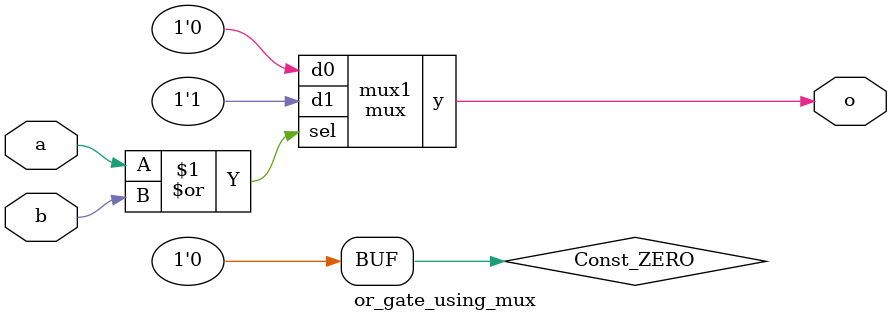
<source format=sv>

module mux
(
  input  d0, d1,
  input  sel,
  output y
);

  assign y = sel ? d1 : d0;

endmodule

//----------------------------------------------------------------------------
// Task
//----------------------------------------------------------------------------

module or_gate_using_mux
(
    input  a,
    input  b,
    output o
);

  // Task:

  // Implement or gate using instance(s) of mux,
  // constants 0 and 1, and wire connections

  wire Const_ZERO = 'b0;

  mux mux1 ( .d0(Const_ZERO), .d1(1'b1), .sel(a | b), .y(o));

endmodule

</source>
